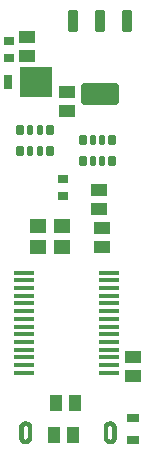
<source format=gbr>
%TF.GenerationSoftware,KiCad,Pcbnew,8.0.2*%
%TF.CreationDate,2024-06-13T12:09:12+05:30*%
%TF.ProjectId,arduino nano,61726475-696e-46f2-906e-616e6f2e6b69,rev?*%
%TF.SameCoordinates,Original*%
%TF.FileFunction,Paste,Bot*%
%TF.FilePolarity,Positive*%
%FSLAX46Y46*%
G04 Gerber Fmt 4.6, Leading zero omitted, Abs format (unit mm)*
G04 Created by KiCad (PCBNEW 8.0.2) date 2024-06-13 12:09:12*
%MOMM*%
%LPD*%
G01*
G04 APERTURE LIST*
G04 Aperture macros list*
%AMRoundRect*
0 Rectangle with rounded corners*
0 $1 Rounding radius*
0 $2 $3 $4 $5 $6 $7 $8 $9 X,Y pos of 4 corners*
0 Add a 4 corners polygon primitive as box body*
4,1,4,$2,$3,$4,$5,$6,$7,$8,$9,$2,$3,0*
0 Add four circle primitives for the rounded corners*
1,1,$1+$1,$2,$3*
1,1,$1+$1,$4,$5*
1,1,$1+$1,$6,$7*
1,1,$1+$1,$8,$9*
0 Add four rect primitives between the rounded corners*
20,1,$1+$1,$2,$3,$4,$5,0*
20,1,$1+$1,$4,$5,$6,$7,0*
20,1,$1+$1,$6,$7,$8,$9,0*
20,1,$1+$1,$8,$9,$2,$3,0*%
G04 Aperture macros list end*
%ADD10C,0.001000*%
%ADD11R,1.470000X1.020000*%
%ADD12RoundRect,0.152500X0.152500X-0.297500X0.152500X0.297500X-0.152500X0.297500X-0.152500X-0.297500X0*%
%ADD13RoundRect,0.132500X0.132500X-0.317500X0.132500X0.317500X-0.132500X0.317500X-0.132500X-0.317500X0*%
%ADD14RoundRect,0.116250X-0.348750X0.803750X-0.348750X-0.803750X0.348750X-0.803750X0.348750X0.803750X0*%
%ADD15RoundRect,0.230000X-1.365000X0.690000X-1.365000X-0.690000X1.365000X-0.690000X1.365000X0.690000X0*%
%ADD16R,0.940000X0.750000*%
%ADD17R,1.450000X1.150000*%
%ADD18R,2.667000X2.540000*%
%ADD19R,0.762000X1.270000*%
%ADD20R,1.070000X0.770000*%
%ADD21R,1.750000X0.450000*%
%ADD22R,1.020000X1.470000*%
%ADD23RoundRect,0.152500X-0.152500X0.297500X-0.152500X-0.297500X0.152500X-0.297500X0.152500X0.297500X0*%
%ADD24RoundRect,0.132500X-0.132500X0.317500X-0.132500X-0.317500X0.132500X-0.317500X0.132500X0.317500X0*%
G04 APERTURE END LIST*
D10*
%TO.C,J1*%
X145302000Y-122508900D02*
X145330000Y-122510900D01*
X145357000Y-122513900D01*
X145384000Y-122518900D01*
X145411000Y-122525900D01*
X145437000Y-122533900D01*
X145463000Y-122542900D01*
X145489000Y-122552900D01*
X145513000Y-122564900D01*
X145537000Y-122577900D01*
X145561000Y-122592900D01*
X145584000Y-122607900D01*
X145605000Y-122624900D01*
X145626000Y-122642900D01*
X145646000Y-122661900D01*
X145665000Y-122681900D01*
X145683000Y-122702900D01*
X145700000Y-122723900D01*
X145715000Y-122746900D01*
X145730000Y-122770900D01*
X145743000Y-122794900D01*
X145755000Y-122818900D01*
X145765000Y-122844900D01*
X145774000Y-122870900D01*
X145782000Y-122896900D01*
X145789000Y-122923900D01*
X145794000Y-122950900D01*
X145797000Y-122977900D01*
X145799000Y-123005900D01*
X145800000Y-123032900D01*
X145800000Y-123432900D01*
X145500000Y-123432900D01*
X145500000Y-123032900D01*
X145500000Y-123020900D01*
X145499000Y-123008900D01*
X145497000Y-122997900D01*
X145495000Y-122985900D01*
X145492000Y-122974900D01*
X145489000Y-122962900D01*
X145485000Y-122951900D01*
X145481000Y-122940900D01*
X145475000Y-122930900D01*
X145470000Y-122920900D01*
X145464000Y-122909900D01*
X145457000Y-122900900D01*
X145450000Y-122890900D01*
X145442000Y-122881900D01*
X145434000Y-122873900D01*
X145426000Y-122865900D01*
X145417000Y-122857900D01*
X145407000Y-122850900D01*
X145398000Y-122843900D01*
X145387000Y-122837900D01*
X145377000Y-122832900D01*
X145367000Y-122826900D01*
X145356000Y-122822900D01*
X145345000Y-122818900D01*
X145333000Y-122815900D01*
X145322000Y-122812900D01*
X145310000Y-122810900D01*
X145299000Y-122808900D01*
X145287000Y-122807900D01*
X145275000Y-122807900D01*
X145263000Y-122807900D01*
X145251000Y-122808900D01*
X145240000Y-122810900D01*
X145228000Y-122812900D01*
X145217000Y-122815900D01*
X145205000Y-122818900D01*
X145194000Y-122822900D01*
X145183000Y-122826900D01*
X145173000Y-122832900D01*
X145162000Y-122837900D01*
X145152000Y-122843900D01*
X145143000Y-122850900D01*
X145133000Y-122857900D01*
X145124000Y-122865900D01*
X145116000Y-122873900D01*
X145108000Y-122881900D01*
X145100000Y-122890900D01*
X145093000Y-122900900D01*
X145086000Y-122909900D01*
X145080000Y-122919900D01*
X145075000Y-122930900D01*
X145069000Y-122940900D01*
X145065000Y-122951900D01*
X145061000Y-122962900D01*
X145058000Y-122974900D01*
X145055000Y-122985900D01*
X145053000Y-122997900D01*
X145051000Y-123008900D01*
X145050000Y-123020900D01*
X145050000Y-123032900D01*
X145050000Y-123432900D01*
X144750000Y-123432900D01*
X144750000Y-123032900D01*
X144751000Y-123005900D01*
X144753000Y-122977900D01*
X144756000Y-122950900D01*
X144761000Y-122923900D01*
X144768000Y-122896900D01*
X144776000Y-122870900D01*
X144785000Y-122844900D01*
X144795000Y-122818900D01*
X144807000Y-122794900D01*
X144820000Y-122769900D01*
X144835000Y-122746900D01*
X144850000Y-122723900D01*
X144867000Y-122702900D01*
X144885000Y-122681900D01*
X144904000Y-122661900D01*
X144924000Y-122642900D01*
X144945000Y-122624900D01*
X144966000Y-122607900D01*
X144989000Y-122592900D01*
X145013000Y-122577900D01*
X145037000Y-122564900D01*
X145061000Y-122552900D01*
X145087000Y-122542900D01*
X145113000Y-122533900D01*
X145139000Y-122525900D01*
X145166000Y-122518900D01*
X145193000Y-122513900D01*
X145220000Y-122510900D01*
X145248000Y-122508900D01*
X145275000Y-122507900D01*
X145302000Y-122508900D01*
G36*
X145302000Y-122508900D02*
G01*
X145330000Y-122510900D01*
X145357000Y-122513900D01*
X145384000Y-122518900D01*
X145411000Y-122525900D01*
X145437000Y-122533900D01*
X145463000Y-122542900D01*
X145489000Y-122552900D01*
X145513000Y-122564900D01*
X145537000Y-122577900D01*
X145561000Y-122592900D01*
X145584000Y-122607900D01*
X145605000Y-122624900D01*
X145626000Y-122642900D01*
X145646000Y-122661900D01*
X145665000Y-122681900D01*
X145683000Y-122702900D01*
X145700000Y-122723900D01*
X145715000Y-122746900D01*
X145730000Y-122770900D01*
X145743000Y-122794900D01*
X145755000Y-122818900D01*
X145765000Y-122844900D01*
X145774000Y-122870900D01*
X145782000Y-122896900D01*
X145789000Y-122923900D01*
X145794000Y-122950900D01*
X145797000Y-122977900D01*
X145799000Y-123005900D01*
X145800000Y-123032900D01*
X145800000Y-123432900D01*
X145500000Y-123432900D01*
X145500000Y-123032900D01*
X145500000Y-123020900D01*
X145499000Y-123008900D01*
X145497000Y-122997900D01*
X145495000Y-122985900D01*
X145492000Y-122974900D01*
X145489000Y-122962900D01*
X145485000Y-122951900D01*
X145481000Y-122940900D01*
X145475000Y-122930900D01*
X145470000Y-122920900D01*
X145464000Y-122909900D01*
X145457000Y-122900900D01*
X145450000Y-122890900D01*
X145442000Y-122881900D01*
X145434000Y-122873900D01*
X145426000Y-122865900D01*
X145417000Y-122857900D01*
X145407000Y-122850900D01*
X145398000Y-122843900D01*
X145387000Y-122837900D01*
X145377000Y-122832900D01*
X145367000Y-122826900D01*
X145356000Y-122822900D01*
X145345000Y-122818900D01*
X145333000Y-122815900D01*
X145322000Y-122812900D01*
X145310000Y-122810900D01*
X145299000Y-122808900D01*
X145287000Y-122807900D01*
X145275000Y-122807900D01*
X145263000Y-122807900D01*
X145251000Y-122808900D01*
X145240000Y-122810900D01*
X145228000Y-122812900D01*
X145217000Y-122815900D01*
X145205000Y-122818900D01*
X145194000Y-122822900D01*
X145183000Y-122826900D01*
X145173000Y-122832900D01*
X145162000Y-122837900D01*
X145152000Y-122843900D01*
X145143000Y-122850900D01*
X145133000Y-122857900D01*
X145124000Y-122865900D01*
X145116000Y-122873900D01*
X145108000Y-122881900D01*
X145100000Y-122890900D01*
X145093000Y-122900900D01*
X145086000Y-122909900D01*
X145080000Y-122919900D01*
X145075000Y-122930900D01*
X145069000Y-122940900D01*
X145065000Y-122951900D01*
X145061000Y-122962900D01*
X145058000Y-122974900D01*
X145055000Y-122985900D01*
X145053000Y-122997900D01*
X145051000Y-123008900D01*
X145050000Y-123020900D01*
X145050000Y-123032900D01*
X145050000Y-123432900D01*
X144750000Y-123432900D01*
X144750000Y-123032900D01*
X144751000Y-123005900D01*
X144753000Y-122977900D01*
X144756000Y-122950900D01*
X144761000Y-122923900D01*
X144768000Y-122896900D01*
X144776000Y-122870900D01*
X144785000Y-122844900D01*
X144795000Y-122818900D01*
X144807000Y-122794900D01*
X144820000Y-122769900D01*
X144835000Y-122746900D01*
X144850000Y-122723900D01*
X144867000Y-122702900D01*
X144885000Y-122681900D01*
X144904000Y-122661900D01*
X144924000Y-122642900D01*
X144945000Y-122624900D01*
X144966000Y-122607900D01*
X144989000Y-122592900D01*
X145013000Y-122577900D01*
X145037000Y-122564900D01*
X145061000Y-122552900D01*
X145087000Y-122542900D01*
X145113000Y-122533900D01*
X145139000Y-122525900D01*
X145166000Y-122518900D01*
X145193000Y-122513900D01*
X145220000Y-122510900D01*
X145248000Y-122508900D01*
X145275000Y-122507900D01*
X145302000Y-122508900D01*
G37*
X145050000Y-123832900D02*
X145050000Y-123844900D01*
X145051000Y-123856900D01*
X145053000Y-123867900D01*
X145055000Y-123879900D01*
X145058000Y-123890900D01*
X145061000Y-123902900D01*
X145065000Y-123913900D01*
X145069000Y-123924900D01*
X145075000Y-123934900D01*
X145080000Y-123945900D01*
X145086000Y-123955900D01*
X145093000Y-123964900D01*
X145100000Y-123974900D01*
X145108000Y-123983900D01*
X145116000Y-123991900D01*
X145124000Y-123999900D01*
X145133000Y-124007900D01*
X145143000Y-124014900D01*
X145152000Y-124021900D01*
X145162000Y-124027900D01*
X145173000Y-124032900D01*
X145183000Y-124038900D01*
X145194000Y-124042900D01*
X145205000Y-124046900D01*
X145217000Y-124049900D01*
X145228000Y-124052900D01*
X145240000Y-124054900D01*
X145251000Y-124056900D01*
X145263000Y-124057900D01*
X145275000Y-124057900D01*
X145287000Y-124057900D01*
X145299000Y-124056900D01*
X145310000Y-124054900D01*
X145322000Y-124052900D01*
X145333000Y-124049900D01*
X145345000Y-124046900D01*
X145356000Y-124042900D01*
X145367000Y-124038900D01*
X145377000Y-124032900D01*
X145387000Y-124027900D01*
X145398000Y-124021900D01*
X145407000Y-124014900D01*
X145417000Y-124007900D01*
X145426000Y-123999900D01*
X145434000Y-123991900D01*
X145442000Y-123983900D01*
X145450000Y-123974900D01*
X145457000Y-123964900D01*
X145464000Y-123955900D01*
X145470000Y-123944900D01*
X145475000Y-123934900D01*
X145481000Y-123924900D01*
X145485000Y-123913900D01*
X145489000Y-123902900D01*
X145492000Y-123890900D01*
X145495000Y-123879900D01*
X145497000Y-123867900D01*
X145499000Y-123856900D01*
X145500000Y-123844900D01*
X145500000Y-123832900D01*
X145500000Y-123432900D01*
X145800000Y-123432900D01*
X145800000Y-123832900D01*
X145799000Y-123859900D01*
X145797000Y-123887900D01*
X145794000Y-123914900D01*
X145789000Y-123941900D01*
X145782000Y-123968900D01*
X145774000Y-123994900D01*
X145765000Y-124020900D01*
X145755000Y-124046900D01*
X145743000Y-124070900D01*
X145730000Y-124094900D01*
X145715000Y-124118900D01*
X145700000Y-124141900D01*
X145683000Y-124162900D01*
X145665000Y-124183900D01*
X145646000Y-124203900D01*
X145626000Y-124222900D01*
X145605000Y-124240900D01*
X145584000Y-124257900D01*
X145561000Y-124272900D01*
X145537000Y-124287900D01*
X145513000Y-124300900D01*
X145489000Y-124312900D01*
X145463000Y-124322900D01*
X145437000Y-124331900D01*
X145411000Y-124339900D01*
X145384000Y-124346900D01*
X145357000Y-124351900D01*
X145330000Y-124354900D01*
X145302000Y-124356900D01*
X145275000Y-124357900D01*
X145248000Y-124356900D01*
X145220000Y-124354900D01*
X145193000Y-124351900D01*
X145166000Y-124346900D01*
X145139000Y-124339900D01*
X145113000Y-124331900D01*
X145087000Y-124322900D01*
X145061000Y-124312900D01*
X145037000Y-124300900D01*
X145013000Y-124287900D01*
X144989000Y-124272900D01*
X144966000Y-124257900D01*
X144945000Y-124240900D01*
X144924000Y-124222900D01*
X144904000Y-124203900D01*
X144885000Y-124183900D01*
X144867000Y-124162900D01*
X144850000Y-124141900D01*
X144835000Y-124118900D01*
X144820000Y-124095900D01*
X144807000Y-124070900D01*
X144795000Y-124046900D01*
X144785000Y-124020900D01*
X144776000Y-123994900D01*
X144768000Y-123968900D01*
X144761000Y-123941900D01*
X144756000Y-123914900D01*
X144753000Y-123887900D01*
X144751000Y-123859900D01*
X144750000Y-123832900D01*
X144750000Y-123432900D01*
X145050000Y-123432900D01*
X145050000Y-123832900D01*
G36*
X145050000Y-123832900D02*
G01*
X145050000Y-123844900D01*
X145051000Y-123856900D01*
X145053000Y-123867900D01*
X145055000Y-123879900D01*
X145058000Y-123890900D01*
X145061000Y-123902900D01*
X145065000Y-123913900D01*
X145069000Y-123924900D01*
X145075000Y-123934900D01*
X145080000Y-123945900D01*
X145086000Y-123955900D01*
X145093000Y-123964900D01*
X145100000Y-123974900D01*
X145108000Y-123983900D01*
X145116000Y-123991900D01*
X145124000Y-123999900D01*
X145133000Y-124007900D01*
X145143000Y-124014900D01*
X145152000Y-124021900D01*
X145162000Y-124027900D01*
X145173000Y-124032900D01*
X145183000Y-124038900D01*
X145194000Y-124042900D01*
X145205000Y-124046900D01*
X145217000Y-124049900D01*
X145228000Y-124052900D01*
X145240000Y-124054900D01*
X145251000Y-124056900D01*
X145263000Y-124057900D01*
X145275000Y-124057900D01*
X145287000Y-124057900D01*
X145299000Y-124056900D01*
X145310000Y-124054900D01*
X145322000Y-124052900D01*
X145333000Y-124049900D01*
X145345000Y-124046900D01*
X145356000Y-124042900D01*
X145367000Y-124038900D01*
X145377000Y-124032900D01*
X145387000Y-124027900D01*
X145398000Y-124021900D01*
X145407000Y-124014900D01*
X145417000Y-124007900D01*
X145426000Y-123999900D01*
X145434000Y-123991900D01*
X145442000Y-123983900D01*
X145450000Y-123974900D01*
X145457000Y-123964900D01*
X145464000Y-123955900D01*
X145470000Y-123944900D01*
X145475000Y-123934900D01*
X145481000Y-123924900D01*
X145485000Y-123913900D01*
X145489000Y-123902900D01*
X145492000Y-123890900D01*
X145495000Y-123879900D01*
X145497000Y-123867900D01*
X145499000Y-123856900D01*
X145500000Y-123844900D01*
X145500000Y-123832900D01*
X145500000Y-123432900D01*
X145800000Y-123432900D01*
X145800000Y-123832900D01*
X145799000Y-123859900D01*
X145797000Y-123887900D01*
X145794000Y-123914900D01*
X145789000Y-123941900D01*
X145782000Y-123968900D01*
X145774000Y-123994900D01*
X145765000Y-124020900D01*
X145755000Y-124046900D01*
X145743000Y-124070900D01*
X145730000Y-124094900D01*
X145715000Y-124118900D01*
X145700000Y-124141900D01*
X145683000Y-124162900D01*
X145665000Y-124183900D01*
X145646000Y-124203900D01*
X145626000Y-124222900D01*
X145605000Y-124240900D01*
X145584000Y-124257900D01*
X145561000Y-124272900D01*
X145537000Y-124287900D01*
X145513000Y-124300900D01*
X145489000Y-124312900D01*
X145463000Y-124322900D01*
X145437000Y-124331900D01*
X145411000Y-124339900D01*
X145384000Y-124346900D01*
X145357000Y-124351900D01*
X145330000Y-124354900D01*
X145302000Y-124356900D01*
X145275000Y-124357900D01*
X145248000Y-124356900D01*
X145220000Y-124354900D01*
X145193000Y-124351900D01*
X145166000Y-124346900D01*
X145139000Y-124339900D01*
X145113000Y-124331900D01*
X145087000Y-124322900D01*
X145061000Y-124312900D01*
X145037000Y-124300900D01*
X145013000Y-124287900D01*
X144989000Y-124272900D01*
X144966000Y-124257900D01*
X144945000Y-124240900D01*
X144924000Y-124222900D01*
X144904000Y-124203900D01*
X144885000Y-124183900D01*
X144867000Y-124162900D01*
X144850000Y-124141900D01*
X144835000Y-124118900D01*
X144820000Y-124095900D01*
X144807000Y-124070900D01*
X144795000Y-124046900D01*
X144785000Y-124020900D01*
X144776000Y-123994900D01*
X144768000Y-123968900D01*
X144761000Y-123941900D01*
X144756000Y-123914900D01*
X144753000Y-123887900D01*
X144751000Y-123859900D01*
X144750000Y-123832900D01*
X144750000Y-123432900D01*
X145050000Y-123432900D01*
X145050000Y-123832900D01*
G37*
X152452000Y-122508900D02*
X152480000Y-122510900D01*
X152507000Y-122513900D01*
X152534000Y-122518900D01*
X152561000Y-122525900D01*
X152587000Y-122533900D01*
X152613000Y-122542900D01*
X152639000Y-122552900D01*
X152663000Y-122564900D01*
X152687000Y-122577900D01*
X152711000Y-122592900D01*
X152734000Y-122607900D01*
X152755000Y-122624900D01*
X152776000Y-122642900D01*
X152796000Y-122661900D01*
X152815000Y-122681900D01*
X152833000Y-122702900D01*
X152850000Y-122723900D01*
X152865000Y-122746900D01*
X152880000Y-122769900D01*
X152893000Y-122794900D01*
X152905000Y-122818900D01*
X152915000Y-122844900D01*
X152924000Y-122870900D01*
X152932000Y-122896900D01*
X152939000Y-122923900D01*
X152944000Y-122950900D01*
X152947000Y-122977900D01*
X152949000Y-123005900D01*
X152950000Y-123032900D01*
X152950000Y-123432900D01*
X152650000Y-123432900D01*
X152650000Y-123032900D01*
X152650000Y-123020900D01*
X152649000Y-123008900D01*
X152647000Y-122997900D01*
X152645000Y-122985900D01*
X152642000Y-122974900D01*
X152639000Y-122962900D01*
X152635000Y-122951900D01*
X152631000Y-122940900D01*
X152625000Y-122930900D01*
X152620000Y-122919900D01*
X152614000Y-122909900D01*
X152607000Y-122900900D01*
X152600000Y-122890900D01*
X152592000Y-122881900D01*
X152584000Y-122873900D01*
X152576000Y-122865900D01*
X152567000Y-122857900D01*
X152557000Y-122850900D01*
X152548000Y-122843900D01*
X152538000Y-122837900D01*
X152527000Y-122832900D01*
X152517000Y-122826900D01*
X152506000Y-122822900D01*
X152495000Y-122818900D01*
X152483000Y-122815900D01*
X152472000Y-122812900D01*
X152460000Y-122810900D01*
X152449000Y-122808900D01*
X152437000Y-122807900D01*
X152425000Y-122807900D01*
X152413000Y-122807900D01*
X152401000Y-122808900D01*
X152390000Y-122810900D01*
X152378000Y-122812900D01*
X152367000Y-122815900D01*
X152355000Y-122818900D01*
X152344000Y-122822900D01*
X152333000Y-122826900D01*
X152323000Y-122832900D01*
X152313000Y-122837900D01*
X152302000Y-122843900D01*
X152293000Y-122850900D01*
X152283000Y-122857900D01*
X152274000Y-122865900D01*
X152266000Y-122873900D01*
X152258000Y-122881900D01*
X152250000Y-122890900D01*
X152243000Y-122900900D01*
X152236000Y-122909900D01*
X152230000Y-122920900D01*
X152225000Y-122930900D01*
X152219000Y-122940900D01*
X152215000Y-122951900D01*
X152211000Y-122962900D01*
X152208000Y-122974900D01*
X152205000Y-122985900D01*
X152203000Y-122997900D01*
X152201000Y-123008900D01*
X152200000Y-123020900D01*
X152200000Y-123032900D01*
X152200000Y-123432900D01*
X151900000Y-123432900D01*
X151900000Y-123032900D01*
X151901000Y-123005900D01*
X151903000Y-122977900D01*
X151906000Y-122950900D01*
X151911000Y-122923900D01*
X151918000Y-122896900D01*
X151926000Y-122870900D01*
X151935000Y-122844900D01*
X151945000Y-122818900D01*
X151957000Y-122794900D01*
X151970000Y-122770900D01*
X151985000Y-122746900D01*
X152000000Y-122723900D01*
X152017000Y-122702900D01*
X152035000Y-122681900D01*
X152054000Y-122661900D01*
X152074000Y-122642900D01*
X152095000Y-122624900D01*
X152116000Y-122607900D01*
X152139000Y-122592900D01*
X152163000Y-122577900D01*
X152187000Y-122564900D01*
X152211000Y-122552900D01*
X152237000Y-122542900D01*
X152263000Y-122533900D01*
X152289000Y-122525900D01*
X152316000Y-122518900D01*
X152343000Y-122513900D01*
X152370000Y-122510900D01*
X152398000Y-122508900D01*
X152425000Y-122507900D01*
X152452000Y-122508900D01*
G36*
X152452000Y-122508900D02*
G01*
X152480000Y-122510900D01*
X152507000Y-122513900D01*
X152534000Y-122518900D01*
X152561000Y-122525900D01*
X152587000Y-122533900D01*
X152613000Y-122542900D01*
X152639000Y-122552900D01*
X152663000Y-122564900D01*
X152687000Y-122577900D01*
X152711000Y-122592900D01*
X152734000Y-122607900D01*
X152755000Y-122624900D01*
X152776000Y-122642900D01*
X152796000Y-122661900D01*
X152815000Y-122681900D01*
X152833000Y-122702900D01*
X152850000Y-122723900D01*
X152865000Y-122746900D01*
X152880000Y-122769900D01*
X152893000Y-122794900D01*
X152905000Y-122818900D01*
X152915000Y-122844900D01*
X152924000Y-122870900D01*
X152932000Y-122896900D01*
X152939000Y-122923900D01*
X152944000Y-122950900D01*
X152947000Y-122977900D01*
X152949000Y-123005900D01*
X152950000Y-123032900D01*
X152950000Y-123432900D01*
X152650000Y-123432900D01*
X152650000Y-123032900D01*
X152650000Y-123020900D01*
X152649000Y-123008900D01*
X152647000Y-122997900D01*
X152645000Y-122985900D01*
X152642000Y-122974900D01*
X152639000Y-122962900D01*
X152635000Y-122951900D01*
X152631000Y-122940900D01*
X152625000Y-122930900D01*
X152620000Y-122919900D01*
X152614000Y-122909900D01*
X152607000Y-122900900D01*
X152600000Y-122890900D01*
X152592000Y-122881900D01*
X152584000Y-122873900D01*
X152576000Y-122865900D01*
X152567000Y-122857900D01*
X152557000Y-122850900D01*
X152548000Y-122843900D01*
X152538000Y-122837900D01*
X152527000Y-122832900D01*
X152517000Y-122826900D01*
X152506000Y-122822900D01*
X152495000Y-122818900D01*
X152483000Y-122815900D01*
X152472000Y-122812900D01*
X152460000Y-122810900D01*
X152449000Y-122808900D01*
X152437000Y-122807900D01*
X152425000Y-122807900D01*
X152413000Y-122807900D01*
X152401000Y-122808900D01*
X152390000Y-122810900D01*
X152378000Y-122812900D01*
X152367000Y-122815900D01*
X152355000Y-122818900D01*
X152344000Y-122822900D01*
X152333000Y-122826900D01*
X152323000Y-122832900D01*
X152313000Y-122837900D01*
X152302000Y-122843900D01*
X152293000Y-122850900D01*
X152283000Y-122857900D01*
X152274000Y-122865900D01*
X152266000Y-122873900D01*
X152258000Y-122881900D01*
X152250000Y-122890900D01*
X152243000Y-122900900D01*
X152236000Y-122909900D01*
X152230000Y-122920900D01*
X152225000Y-122930900D01*
X152219000Y-122940900D01*
X152215000Y-122951900D01*
X152211000Y-122962900D01*
X152208000Y-122974900D01*
X152205000Y-122985900D01*
X152203000Y-122997900D01*
X152201000Y-123008900D01*
X152200000Y-123020900D01*
X152200000Y-123032900D01*
X152200000Y-123432900D01*
X151900000Y-123432900D01*
X151900000Y-123032900D01*
X151901000Y-123005900D01*
X151903000Y-122977900D01*
X151906000Y-122950900D01*
X151911000Y-122923900D01*
X151918000Y-122896900D01*
X151926000Y-122870900D01*
X151935000Y-122844900D01*
X151945000Y-122818900D01*
X151957000Y-122794900D01*
X151970000Y-122770900D01*
X151985000Y-122746900D01*
X152000000Y-122723900D01*
X152017000Y-122702900D01*
X152035000Y-122681900D01*
X152054000Y-122661900D01*
X152074000Y-122642900D01*
X152095000Y-122624900D01*
X152116000Y-122607900D01*
X152139000Y-122592900D01*
X152163000Y-122577900D01*
X152187000Y-122564900D01*
X152211000Y-122552900D01*
X152237000Y-122542900D01*
X152263000Y-122533900D01*
X152289000Y-122525900D01*
X152316000Y-122518900D01*
X152343000Y-122513900D01*
X152370000Y-122510900D01*
X152398000Y-122508900D01*
X152425000Y-122507900D01*
X152452000Y-122508900D01*
G37*
X152200000Y-123832900D02*
X152200000Y-123844900D01*
X152201000Y-123856900D01*
X152203000Y-123867900D01*
X152205000Y-123879900D01*
X152208000Y-123890900D01*
X152211000Y-123902900D01*
X152215000Y-123913900D01*
X152219000Y-123924900D01*
X152225000Y-123934900D01*
X152230000Y-123944900D01*
X152236000Y-123955900D01*
X152243000Y-123964900D01*
X152250000Y-123974900D01*
X152258000Y-123983900D01*
X152266000Y-123991900D01*
X152274000Y-123999900D01*
X152283000Y-124007900D01*
X152293000Y-124014900D01*
X152302000Y-124021900D01*
X152313000Y-124027900D01*
X152323000Y-124032900D01*
X152333000Y-124038900D01*
X152344000Y-124042900D01*
X152355000Y-124046900D01*
X152367000Y-124049900D01*
X152378000Y-124052900D01*
X152390000Y-124054900D01*
X152401000Y-124056900D01*
X152413000Y-124057900D01*
X152425000Y-124057900D01*
X152437000Y-124057900D01*
X152449000Y-124056900D01*
X152460000Y-124054900D01*
X152472000Y-124052900D01*
X152483000Y-124049900D01*
X152495000Y-124046900D01*
X152506000Y-124042900D01*
X152517000Y-124038900D01*
X152527000Y-124032900D01*
X152538000Y-124027900D01*
X152548000Y-124021900D01*
X152557000Y-124014900D01*
X152567000Y-124007900D01*
X152576000Y-123999900D01*
X152584000Y-123991900D01*
X152592000Y-123983900D01*
X152600000Y-123974900D01*
X152607000Y-123964900D01*
X152614000Y-123955900D01*
X152620000Y-123945900D01*
X152625000Y-123934900D01*
X152631000Y-123924900D01*
X152635000Y-123913900D01*
X152639000Y-123902900D01*
X152642000Y-123890900D01*
X152645000Y-123879900D01*
X152647000Y-123867900D01*
X152649000Y-123856900D01*
X152650000Y-123844900D01*
X152650000Y-123832900D01*
X152650000Y-123432900D01*
X152950000Y-123432900D01*
X152950000Y-123832900D01*
X152949000Y-123859900D01*
X152947000Y-123887900D01*
X152944000Y-123914900D01*
X152939000Y-123941900D01*
X152932000Y-123968900D01*
X152924000Y-123994900D01*
X152915000Y-124020900D01*
X152905000Y-124046900D01*
X152893000Y-124070900D01*
X152880000Y-124095900D01*
X152865000Y-124118900D01*
X152850000Y-124141900D01*
X152833000Y-124162900D01*
X152815000Y-124183900D01*
X152796000Y-124203900D01*
X152776000Y-124222900D01*
X152755000Y-124240900D01*
X152734000Y-124257900D01*
X152711000Y-124272900D01*
X152687000Y-124287900D01*
X152663000Y-124300900D01*
X152639000Y-124312900D01*
X152613000Y-124322900D01*
X152587000Y-124331900D01*
X152561000Y-124339900D01*
X152534000Y-124346900D01*
X152507000Y-124351900D01*
X152480000Y-124354900D01*
X152452000Y-124356900D01*
X152425000Y-124357900D01*
X152398000Y-124356900D01*
X152370000Y-124354900D01*
X152343000Y-124351900D01*
X152316000Y-124346900D01*
X152289000Y-124339900D01*
X152263000Y-124331900D01*
X152237000Y-124322900D01*
X152211000Y-124312900D01*
X152187000Y-124300900D01*
X152163000Y-124287900D01*
X152139000Y-124272900D01*
X152116000Y-124257900D01*
X152095000Y-124240900D01*
X152074000Y-124222900D01*
X152054000Y-124203900D01*
X152035000Y-124183900D01*
X152017000Y-124162900D01*
X152000000Y-124141900D01*
X151985000Y-124118900D01*
X151970000Y-124094900D01*
X151957000Y-124070900D01*
X151945000Y-124046900D01*
X151935000Y-124020900D01*
X151926000Y-123994900D01*
X151918000Y-123968900D01*
X151911000Y-123941900D01*
X151906000Y-123914900D01*
X151903000Y-123887900D01*
X151901000Y-123859900D01*
X151900000Y-123832900D01*
X151900000Y-123432900D01*
X152200000Y-123432900D01*
X152200000Y-123832900D01*
G36*
X152200000Y-123832900D02*
G01*
X152200000Y-123844900D01*
X152201000Y-123856900D01*
X152203000Y-123867900D01*
X152205000Y-123879900D01*
X152208000Y-123890900D01*
X152211000Y-123902900D01*
X152215000Y-123913900D01*
X152219000Y-123924900D01*
X152225000Y-123934900D01*
X152230000Y-123944900D01*
X152236000Y-123955900D01*
X152243000Y-123964900D01*
X152250000Y-123974900D01*
X152258000Y-123983900D01*
X152266000Y-123991900D01*
X152274000Y-123999900D01*
X152283000Y-124007900D01*
X152293000Y-124014900D01*
X152302000Y-124021900D01*
X152313000Y-124027900D01*
X152323000Y-124032900D01*
X152333000Y-124038900D01*
X152344000Y-124042900D01*
X152355000Y-124046900D01*
X152367000Y-124049900D01*
X152378000Y-124052900D01*
X152390000Y-124054900D01*
X152401000Y-124056900D01*
X152413000Y-124057900D01*
X152425000Y-124057900D01*
X152437000Y-124057900D01*
X152449000Y-124056900D01*
X152460000Y-124054900D01*
X152472000Y-124052900D01*
X152483000Y-124049900D01*
X152495000Y-124046900D01*
X152506000Y-124042900D01*
X152517000Y-124038900D01*
X152527000Y-124032900D01*
X152538000Y-124027900D01*
X152548000Y-124021900D01*
X152557000Y-124014900D01*
X152567000Y-124007900D01*
X152576000Y-123999900D01*
X152584000Y-123991900D01*
X152592000Y-123983900D01*
X152600000Y-123974900D01*
X152607000Y-123964900D01*
X152614000Y-123955900D01*
X152620000Y-123945900D01*
X152625000Y-123934900D01*
X152631000Y-123924900D01*
X152635000Y-123913900D01*
X152639000Y-123902900D01*
X152642000Y-123890900D01*
X152645000Y-123879900D01*
X152647000Y-123867900D01*
X152649000Y-123856900D01*
X152650000Y-123844900D01*
X152650000Y-123832900D01*
X152650000Y-123432900D01*
X152950000Y-123432900D01*
X152950000Y-123832900D01*
X152949000Y-123859900D01*
X152947000Y-123887900D01*
X152944000Y-123914900D01*
X152939000Y-123941900D01*
X152932000Y-123968900D01*
X152924000Y-123994900D01*
X152915000Y-124020900D01*
X152905000Y-124046900D01*
X152893000Y-124070900D01*
X152880000Y-124095900D01*
X152865000Y-124118900D01*
X152850000Y-124141900D01*
X152833000Y-124162900D01*
X152815000Y-124183900D01*
X152796000Y-124203900D01*
X152776000Y-124222900D01*
X152755000Y-124240900D01*
X152734000Y-124257900D01*
X152711000Y-124272900D01*
X152687000Y-124287900D01*
X152663000Y-124300900D01*
X152639000Y-124312900D01*
X152613000Y-124322900D01*
X152587000Y-124331900D01*
X152561000Y-124339900D01*
X152534000Y-124346900D01*
X152507000Y-124351900D01*
X152480000Y-124354900D01*
X152452000Y-124356900D01*
X152425000Y-124357900D01*
X152398000Y-124356900D01*
X152370000Y-124354900D01*
X152343000Y-124351900D01*
X152316000Y-124346900D01*
X152289000Y-124339900D01*
X152263000Y-124331900D01*
X152237000Y-124322900D01*
X152211000Y-124312900D01*
X152187000Y-124300900D01*
X152163000Y-124287900D01*
X152139000Y-124272900D01*
X152116000Y-124257900D01*
X152095000Y-124240900D01*
X152074000Y-124222900D01*
X152054000Y-124203900D01*
X152035000Y-124183900D01*
X152017000Y-124162900D01*
X152000000Y-124141900D01*
X151985000Y-124118900D01*
X151970000Y-124094900D01*
X151957000Y-124070900D01*
X151945000Y-124046900D01*
X151935000Y-124020900D01*
X151926000Y-123994900D01*
X151918000Y-123968900D01*
X151911000Y-123941900D01*
X151906000Y-123914900D01*
X151903000Y-123887900D01*
X151901000Y-123859900D01*
X151900000Y-123832900D01*
X151900000Y-123432900D01*
X152200000Y-123432900D01*
X152200000Y-123832900D01*
G37*
%TD*%
D11*
%TO.C,C3*%
X145450000Y-91560000D03*
X145450000Y-89940000D03*
%TD*%
D12*
%TO.C,RP2*%
X147340000Y-99620000D03*
D13*
X146500000Y-99620000D03*
X145700000Y-99620000D03*
D12*
X144860000Y-99620000D03*
X144860000Y-97850000D03*
D13*
X145700000Y-97850000D03*
X146500000Y-97850000D03*
D12*
X147340000Y-97850000D03*
%TD*%
D14*
%TO.C,VR1*%
X149300000Y-88650000D03*
X151600000Y-88650000D03*
X153900000Y-88650000D03*
D15*
X151600000Y-94820000D03*
%TD*%
D16*
%TO.C,C9*%
X143900000Y-91700000D03*
X143900000Y-90300000D03*
%TD*%
D11*
%TO.C,C1*%
X154400000Y-117040000D03*
X154400000Y-118660000D03*
%TD*%
D17*
%TO.C,C5*%
X146370000Y-107740000D03*
X146370000Y-105940000D03*
%TD*%
D11*
%TO.C,C10*%
X151800000Y-107760000D03*
X151800000Y-106140000D03*
%TD*%
D18*
%TO.C,U2*%
X146200000Y-93750000D03*
D19*
X143850000Y-93750000D03*
%TD*%
D20*
%TO.C,F2*%
X154400000Y-124050000D03*
X154400000Y-122250000D03*
%TD*%
D21*
%TO.C,U3*%
X152350000Y-109925000D03*
X152350000Y-110575000D03*
X152350000Y-111225000D03*
X152350000Y-111875000D03*
X152350000Y-112525000D03*
X152350000Y-113175000D03*
X152350000Y-113825000D03*
X152350000Y-114475000D03*
X152350000Y-115125000D03*
X152350000Y-115775000D03*
X152350000Y-116425000D03*
X152350000Y-117075000D03*
X152350000Y-117725000D03*
X152350000Y-118375000D03*
X145150000Y-118375000D03*
X145150000Y-117725000D03*
X145150000Y-117075000D03*
X145150000Y-116425000D03*
X145150000Y-115775000D03*
X145150000Y-115125000D03*
X145150000Y-114475000D03*
X145150000Y-113825000D03*
X145150000Y-113175000D03*
X145150000Y-112525000D03*
X145150000Y-111875000D03*
X145150000Y-111225000D03*
X145150000Y-110575000D03*
X145150000Y-109925000D03*
%TD*%
D17*
%TO.C,C6*%
X148370000Y-107740000D03*
X148370000Y-105940000D03*
%TD*%
D22*
%TO.C,C11*%
X149460000Y-120950000D03*
X147840000Y-120950000D03*
%TD*%
%TO.C,C8*%
X149310000Y-123700000D03*
X147690000Y-123700000D03*
%TD*%
D11*
%TO.C,C7*%
X148800000Y-94590000D03*
X148800000Y-96210000D03*
%TD*%
D16*
%TO.C,C4*%
X148450000Y-103400000D03*
X148450000Y-102000000D03*
%TD*%
D11*
%TO.C,C2*%
X151500000Y-104510000D03*
X151500000Y-102890000D03*
%TD*%
D23*
%TO.C,RP1*%
X150160000Y-98702500D03*
D24*
X151000000Y-98702500D03*
X151800000Y-98702500D03*
D23*
X152640000Y-98702500D03*
X152640000Y-100472500D03*
D24*
X151800000Y-100472500D03*
X151000000Y-100472500D03*
D23*
X150160000Y-100472500D03*
%TD*%
M02*

</source>
